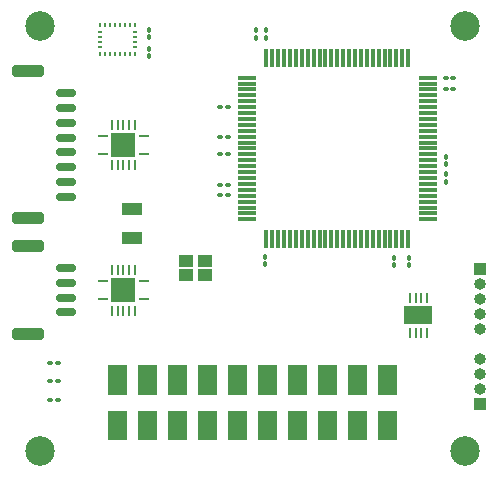
<source format=gbr>
%TF.GenerationSoftware,KiCad,Pcbnew,7.0.6*%
%TF.CreationDate,2023-09-15T14:04:58+02:00*%
%TF.ProjectId,V8,56382e6b-6963-4616-945f-706362585858,rev?*%
%TF.SameCoordinates,Original*%
%TF.FileFunction,Soldermask,Top*%
%TF.FilePolarity,Negative*%
%FSLAX46Y46*%
G04 Gerber Fmt 4.6, Leading zero omitted, Abs format (unit mm)*
G04 Created by KiCad (PCBNEW 7.0.6) date 2023-09-15 14:04:58*
%MOMM*%
%LPD*%
G01*
G04 APERTURE LIST*
G04 Aperture macros list*
%AMRoundRect*
0 Rectangle with rounded corners*
0 $1 Rounding radius*
0 $2 $3 $4 $5 $6 $7 $8 $9 X,Y pos of 4 corners*
0 Add a 4 corners polygon primitive as box body*
4,1,4,$2,$3,$4,$5,$6,$7,$8,$9,$2,$3,0*
0 Add four circle primitives for the rounded corners*
1,1,$1+$1,$2,$3*
1,1,$1+$1,$4,$5*
1,1,$1+$1,$6,$7*
1,1,$1+$1,$8,$9*
0 Add four rect primitives between the rounded corners*
20,1,$1+$1,$2,$3,$4,$5,0*
20,1,$1+$1,$4,$5,$6,$7,0*
20,1,$1+$1,$6,$7,$8,$9,0*
20,1,$1+$1,$8,$9,$2,$3,0*%
G04 Aperture macros list end*
%ADD10C,0.010000*%
%ADD11R,1.000000X1.000000*%
%ADD12O,1.000000X1.000000*%
%ADD13RoundRect,0.100000X0.130000X0.100000X-0.130000X0.100000X-0.130000X-0.100000X0.130000X-0.100000X0*%
%ADD14RoundRect,0.100000X0.100000X-0.130000X0.100000X0.130000X-0.100000X0.130000X-0.100000X-0.130000X0*%
%ADD15C,2.500000*%
%ADD16RoundRect,0.100000X-0.100000X0.130000X-0.100000X-0.130000X0.100000X-0.130000X0.100000X0.130000X0*%
%ADD17R,0.850000X0.280000*%
%ADD18R,0.280000X0.850000*%
%ADD19R,2.050000X2.050000*%
%ADD20RoundRect,0.100000X-0.130000X-0.100000X0.130000X-0.100000X0.130000X0.100000X-0.130000X0.100000X0*%
%ADD21RoundRect,0.075000X-0.725000X-0.075000X0.725000X-0.075000X0.725000X0.075000X-0.725000X0.075000X0*%
%ADD22RoundRect,0.075000X-0.075000X-0.725000X0.075000X-0.725000X0.075000X0.725000X-0.075000X0.725000X0*%
%ADD23RoundRect,0.150000X-0.700000X0.150000X-0.700000X-0.150000X0.700000X-0.150000X0.700000X0.150000X0*%
%ADD24RoundRect,0.250000X-1.100000X0.250000X-1.100000X-0.250000X1.100000X-0.250000X1.100000X0.250000X0*%
%ADD25R,1.200000X1.000000*%
%ADD26RoundRect,0.062500X-0.062500X0.362500X-0.062500X-0.362500X0.062500X-0.362500X0.062500X0.362500X0*%
%ADD27R,2.380000X1.650000*%
%ADD28R,1.800000X1.000000*%
%ADD29R,0.230000X0.350000*%
%ADD30R,0.350000X0.230000*%
G04 APERTURE END LIST*
%TO.C,J5*%
D10*
X139321000Y-113191000D02*
X137799000Y-113191000D01*
X137799000Y-110748990D01*
X139321000Y-110748990D01*
X139321000Y-113191000D01*
G36*
X139321000Y-113191000D02*
G01*
X137799000Y-113191000D01*
X137799000Y-110748990D01*
X139321000Y-110748990D01*
X139321000Y-113191000D01*
G37*
X139321000Y-117002000D02*
X137799000Y-117002000D01*
X137799000Y-114660010D01*
X139321000Y-114660010D01*
X139321000Y-117002000D01*
G36*
X139321000Y-117002000D02*
G01*
X137799000Y-117002000D01*
X137799000Y-114660010D01*
X139321000Y-114660010D01*
X139321000Y-117002000D01*
G37*
X141860980Y-113191000D02*
X140338990Y-113191000D01*
X140338990Y-110748990D01*
X141860980Y-110748990D01*
X141860980Y-113191000D01*
G36*
X141860980Y-113191000D02*
G01*
X140338990Y-113191000D01*
X140338990Y-110748990D01*
X141860980Y-110748990D01*
X141860980Y-113191000D01*
G37*
X141860980Y-117002000D02*
X140338990Y-117002000D01*
X140338990Y-114660010D01*
X141860980Y-114660010D01*
X141860980Y-117002000D01*
G36*
X141860980Y-117002000D02*
G01*
X140338990Y-117002000D01*
X140338990Y-114660010D01*
X141860980Y-114660010D01*
X141860980Y-117002000D01*
G37*
X144400980Y-113191000D02*
X142878990Y-113191000D01*
X142878990Y-110748990D01*
X144400980Y-110748990D01*
X144400980Y-113191000D01*
G36*
X144400980Y-113191000D02*
G01*
X142878990Y-113191000D01*
X142878990Y-110748990D01*
X144400980Y-110748990D01*
X144400980Y-113191000D01*
G37*
X144400980Y-117002000D02*
X142878990Y-117002000D01*
X142878990Y-114660010D01*
X144400980Y-114660010D01*
X144400980Y-117002000D01*
G36*
X144400980Y-117002000D02*
G01*
X142878990Y-117002000D01*
X142878990Y-114660010D01*
X144400980Y-114660010D01*
X144400980Y-117002000D01*
G37*
X146940980Y-113191000D02*
X145418990Y-113191000D01*
X145418990Y-110748990D01*
X146940980Y-110748990D01*
X146940980Y-113191000D01*
G36*
X146940980Y-113191000D02*
G01*
X145418990Y-113191000D01*
X145418990Y-110748990D01*
X146940980Y-110748990D01*
X146940980Y-113191000D01*
G37*
X146940980Y-117002000D02*
X145418990Y-117002000D01*
X145418990Y-114660010D01*
X146940980Y-114660010D01*
X146940980Y-117002000D01*
G36*
X146940980Y-117002000D02*
G01*
X145418990Y-117002000D01*
X145418990Y-114660010D01*
X146940980Y-114660010D01*
X146940980Y-117002000D01*
G37*
X149480984Y-113191000D02*
X147958990Y-113191000D01*
X147958990Y-110748990D01*
X149480984Y-110748990D01*
X149480984Y-113191000D01*
G36*
X149480984Y-113191000D02*
G01*
X147958990Y-113191000D01*
X147958990Y-110748990D01*
X149480984Y-110748990D01*
X149480984Y-113191000D01*
G37*
X149480984Y-117002000D02*
X147958990Y-117002000D01*
X147958990Y-114660010D01*
X149480984Y-114660010D01*
X149480984Y-117002000D01*
G36*
X149480984Y-117002000D02*
G01*
X147958990Y-117002000D01*
X147958990Y-114660010D01*
X149480984Y-114660010D01*
X149480984Y-117002000D01*
G37*
X152020980Y-113191000D02*
X150498991Y-113191000D01*
X150498991Y-110748990D01*
X152020980Y-110748990D01*
X152020980Y-113191000D01*
G36*
X152020980Y-113191000D02*
G01*
X150498991Y-113191000D01*
X150498991Y-110748990D01*
X152020980Y-110748990D01*
X152020980Y-113191000D01*
G37*
X152020980Y-117002000D02*
X150498991Y-117002000D01*
X150498991Y-114660010D01*
X152020980Y-114660010D01*
X152020980Y-117002000D01*
G36*
X152020980Y-117002000D02*
G01*
X150498991Y-117002000D01*
X150498991Y-114660010D01*
X152020980Y-114660010D01*
X152020980Y-117002000D01*
G37*
X154560980Y-113191000D02*
X153038990Y-113191000D01*
X153038990Y-110748990D01*
X154560980Y-110748990D01*
X154560980Y-113191000D01*
G36*
X154560980Y-113191000D02*
G01*
X153038990Y-113191000D01*
X153038990Y-110748990D01*
X154560980Y-110748990D01*
X154560980Y-113191000D01*
G37*
X154560980Y-117002000D02*
X153038990Y-117002000D01*
X153038990Y-114660010D01*
X154560980Y-114660010D01*
X154560980Y-117002000D01*
G36*
X154560980Y-117002000D02*
G01*
X153038990Y-117002000D01*
X153038990Y-114660010D01*
X154560980Y-114660010D01*
X154560980Y-117002000D01*
G37*
X157100980Y-113191000D02*
X155578990Y-113191000D01*
X155578990Y-110748990D01*
X157100980Y-110748990D01*
X157100980Y-113191000D01*
G36*
X157100980Y-113191000D02*
G01*
X155578990Y-113191000D01*
X155578990Y-110748990D01*
X157100980Y-110748990D01*
X157100980Y-113191000D01*
G37*
X157100980Y-117002000D02*
X155578990Y-117002000D01*
X155578990Y-114660010D01*
X157100980Y-114660010D01*
X157100980Y-117002000D01*
G36*
X157100980Y-117002000D02*
G01*
X155578990Y-117002000D01*
X155578990Y-114660010D01*
X157100980Y-114660010D01*
X157100980Y-117002000D01*
G37*
X159640980Y-113191000D02*
X158118990Y-113191000D01*
X158118990Y-110748990D01*
X159640980Y-110748990D01*
X159640980Y-113191000D01*
G36*
X159640980Y-113191000D02*
G01*
X158118990Y-113191000D01*
X158118990Y-110748990D01*
X159640980Y-110748990D01*
X159640980Y-113191000D01*
G37*
X159640980Y-117002000D02*
X158118990Y-117002000D01*
X158118990Y-114660010D01*
X159640980Y-114660010D01*
X159640980Y-117002000D01*
G36*
X159640980Y-117002000D02*
G01*
X158118990Y-117002000D01*
X158118990Y-114660010D01*
X159640980Y-114660010D01*
X159640980Y-117002000D01*
G37*
X162181000Y-113191000D02*
X160659000Y-113191000D01*
X160659000Y-110748990D01*
X162181000Y-110748990D01*
X162181000Y-113191000D01*
G36*
X162181000Y-113191000D02*
G01*
X160659000Y-113191000D01*
X160659000Y-110748990D01*
X162181000Y-110748990D01*
X162181000Y-113191000D01*
G37*
X162181000Y-117002000D02*
X160659000Y-117002000D01*
X160659000Y-114660010D01*
X162181000Y-114660010D01*
X162181000Y-117002000D01*
G36*
X162181000Y-117002000D02*
G01*
X160659000Y-117002000D01*
X160659000Y-114660010D01*
X162181000Y-114660010D01*
X162181000Y-117002000D01*
G37*
%TD*%
D11*
%TO.C,J8*%
X169300000Y-102590000D03*
D12*
X169300000Y-103860000D03*
X169300000Y-105130000D03*
X169300000Y-106400000D03*
X169300000Y-107670000D03*
%TD*%
D13*
%TO.C,C23*%
X147920000Y-96300000D03*
X147280000Y-96300000D03*
%TD*%
D14*
%TO.C,C16*%
X151200000Y-83020000D03*
X151200000Y-82380000D03*
%TD*%
D15*
%TO.C,H4*%
X168000000Y-118000000D03*
%TD*%
D13*
%TO.C,R15*%
X133520000Y-112100000D03*
X132880000Y-112100000D03*
%TD*%
%TO.C,C25*%
X147920000Y-92900000D03*
X147280000Y-92900000D03*
%TD*%
D16*
%TO.C,R17*%
X166400000Y-93080000D03*
X166400000Y-93720000D03*
%TD*%
D17*
%TO.C,U4*%
X140825000Y-103650000D03*
D18*
X140100000Y-102675000D03*
X139600000Y-102675000D03*
X139100000Y-102675000D03*
X138600000Y-102675000D03*
X138100000Y-102675000D03*
D17*
X137375000Y-103650000D03*
X137375000Y-105150000D03*
D18*
X138100000Y-106125000D03*
X138600000Y-106125000D03*
X139100000Y-106125000D03*
X139600000Y-106125000D03*
X140100000Y-106125000D03*
D17*
X140825000Y-105150000D03*
D19*
X139100000Y-104400000D03*
%TD*%
D20*
%TO.C,C28*%
X166380000Y-87400000D03*
X167020000Y-87400000D03*
%TD*%
D15*
%TO.C,H1*%
X132000000Y-82000000D03*
%TD*%
D21*
%TO.C,U1*%
X149525000Y-86400000D03*
X149525000Y-86900000D03*
X149525000Y-87400000D03*
X149525000Y-87900000D03*
X149525000Y-88400000D03*
X149525000Y-88900000D03*
X149525000Y-89400000D03*
X149525000Y-89900000D03*
X149525000Y-90400000D03*
X149525000Y-90900000D03*
X149525000Y-91400000D03*
X149525000Y-91900000D03*
X149525000Y-92400000D03*
X149525000Y-92900000D03*
X149525000Y-93400000D03*
X149525000Y-93900000D03*
X149525000Y-94400000D03*
X149525000Y-94900000D03*
X149525000Y-95400000D03*
X149525000Y-95900000D03*
X149525000Y-96400000D03*
X149525000Y-96900000D03*
X149525000Y-97400000D03*
X149525000Y-97900000D03*
X149525000Y-98400000D03*
D22*
X151200000Y-100075000D03*
X151700000Y-100075000D03*
X152200000Y-100075000D03*
X152700000Y-100075000D03*
X153200000Y-100075000D03*
X153700000Y-100075000D03*
X154200000Y-100075000D03*
X154700000Y-100075000D03*
X155200000Y-100075000D03*
X155700000Y-100075000D03*
X156200000Y-100075000D03*
X156700000Y-100075000D03*
X157200000Y-100075000D03*
X157700000Y-100075000D03*
X158200000Y-100075000D03*
X158700000Y-100075000D03*
X159200000Y-100075000D03*
X159700000Y-100075000D03*
X160200000Y-100075000D03*
X160700000Y-100075000D03*
X161200000Y-100075000D03*
X161700000Y-100075000D03*
X162200000Y-100075000D03*
X162700000Y-100075000D03*
X163200000Y-100075000D03*
D21*
X164875000Y-98400000D03*
X164875000Y-97900000D03*
X164875000Y-97400000D03*
X164875000Y-96900000D03*
X164875000Y-96400000D03*
X164875000Y-95900000D03*
X164875000Y-95400000D03*
X164875000Y-94900000D03*
X164875000Y-94400000D03*
X164875000Y-93900000D03*
X164875000Y-93400000D03*
X164875000Y-92900000D03*
X164875000Y-92400000D03*
X164875000Y-91900000D03*
X164875000Y-91400000D03*
X164875000Y-90900000D03*
X164875000Y-90400000D03*
X164875000Y-89900000D03*
X164875000Y-89400000D03*
X164875000Y-88900000D03*
X164875000Y-88400000D03*
X164875000Y-87900000D03*
X164875000Y-87400000D03*
X164875000Y-86900000D03*
X164875000Y-86400000D03*
D22*
X163200000Y-84725000D03*
X162700000Y-84725000D03*
X162200000Y-84725000D03*
X161700000Y-84725000D03*
X161200000Y-84725000D03*
X160700000Y-84725000D03*
X160200000Y-84725000D03*
X159700000Y-84725000D03*
X159200000Y-84725000D03*
X158700000Y-84725000D03*
X158200000Y-84725000D03*
X157700000Y-84725000D03*
X157200000Y-84725000D03*
X156700000Y-84725000D03*
X156200000Y-84725000D03*
X155700000Y-84725000D03*
X155200000Y-84725000D03*
X154700000Y-84725000D03*
X154200000Y-84725000D03*
X153700000Y-84725000D03*
X153200000Y-84725000D03*
X152700000Y-84725000D03*
X152200000Y-84725000D03*
X151700000Y-84725000D03*
X151200000Y-84725000D03*
%TD*%
D20*
%TO.C,R14*%
X132880000Y-113700000D03*
X133520000Y-113700000D03*
%TD*%
%TO.C,C21*%
X166380000Y-86400000D03*
X167020000Y-86400000D03*
%TD*%
D23*
%TO.C,J4*%
X134200000Y-102525000D03*
X134200000Y-103775000D03*
X134200000Y-105025000D03*
X134200000Y-106275000D03*
D24*
X131000000Y-100675000D03*
X131000000Y-108125000D03*
%TD*%
D13*
%TO.C,C17*%
X147920000Y-88900000D03*
X147280000Y-88900000D03*
%TD*%
D11*
%TO.C,J2*%
X169300000Y-114000000D03*
D12*
X169300000Y-112730000D03*
X169300000Y-111460000D03*
X169300000Y-110190000D03*
%TD*%
D14*
%TO.C,C19*%
X151100000Y-102220000D03*
X151100000Y-101580000D03*
%TD*%
D15*
%TO.C,H2*%
X168000000Y-82000000D03*
%TD*%
D13*
%TO.C,C24*%
X147920000Y-95500000D03*
X147280000Y-95500000D03*
%TD*%
D14*
%TO.C,R19*%
X141300000Y-82965000D03*
X141300000Y-82325000D03*
%TD*%
D13*
%TO.C,C18*%
X147920000Y-91400000D03*
X147280000Y-91400000D03*
%TD*%
D25*
%TO.C,Y1*%
X144400000Y-103100000D03*
X146000000Y-103100000D03*
X146000000Y-101900000D03*
X144400000Y-101900000D03*
%TD*%
D16*
%TO.C,C20*%
X163250000Y-101635000D03*
X163250000Y-102275000D03*
%TD*%
D26*
%TO.C,U5*%
X164825000Y-105080000D03*
X164325000Y-105080000D03*
X163825000Y-105080000D03*
X163325000Y-105080000D03*
X163325000Y-107980000D03*
X163825000Y-107980000D03*
X164325000Y-107980000D03*
X164825000Y-107980000D03*
D27*
X164075000Y-106530000D03*
%TD*%
D15*
%TO.C,H3*%
X132000000Y-118000000D03*
%TD*%
D17*
%TO.C,U3*%
X140825000Y-91350000D03*
D18*
X140100000Y-90375000D03*
X139600000Y-90375000D03*
X139100000Y-90375000D03*
X138600000Y-90375000D03*
X138100000Y-90375000D03*
D17*
X137375000Y-91350000D03*
X137375000Y-92850000D03*
D18*
X138100000Y-93825000D03*
X138600000Y-93825000D03*
X139100000Y-93825000D03*
X139600000Y-93825000D03*
X140100000Y-93825000D03*
D17*
X140825000Y-92850000D03*
D19*
X139100000Y-92100000D03*
%TD*%
D14*
%TO.C,C22*%
X150300000Y-83020000D03*
X150300000Y-82380000D03*
%TD*%
D23*
%TO.C,J3*%
X134200000Y-87725000D03*
X134200000Y-88975000D03*
X134200000Y-90225000D03*
X134200000Y-91475000D03*
X134200000Y-92725000D03*
X134200000Y-93975000D03*
X134200000Y-95225000D03*
X134200000Y-96475000D03*
D24*
X131000000Y-85875000D03*
X131000000Y-98325000D03*
%TD*%
D28*
%TO.C,Y2*%
X139797500Y-97500000D03*
X139797500Y-100000000D03*
%TD*%
D14*
%TO.C,R20*%
X141300000Y-84590000D03*
X141300000Y-83950000D03*
%TD*%
D29*
%TO.C,U2*%
X140105000Y-84415000D03*
D30*
X140075000Y-83835000D03*
X140075000Y-83405000D03*
X140075000Y-82975000D03*
X140075000Y-82545000D03*
D29*
X140105000Y-81965000D03*
X139675000Y-81965000D03*
X139245000Y-81965000D03*
X138815000Y-81965000D03*
X138385000Y-81965000D03*
X137955000Y-81965000D03*
X137525000Y-81965000D03*
X137095000Y-81965000D03*
D30*
X137125000Y-82545000D03*
X137125000Y-82975000D03*
X137125000Y-83405000D03*
X137125000Y-83835000D03*
D29*
X137095000Y-84415000D03*
X137525000Y-84415000D03*
X137955000Y-84415000D03*
X138385000Y-84415000D03*
X138815000Y-84415000D03*
X139245000Y-84415000D03*
X139675000Y-84415000D03*
%TD*%
D13*
%TO.C,R13*%
X133520000Y-110600000D03*
X132880000Y-110600000D03*
%TD*%
D16*
%TO.C,C27*%
X162000000Y-101635000D03*
X162000000Y-102275000D03*
%TD*%
D14*
%TO.C,R16*%
X166400000Y-95200000D03*
X166400000Y-94560000D03*
%TD*%
M02*

</source>
